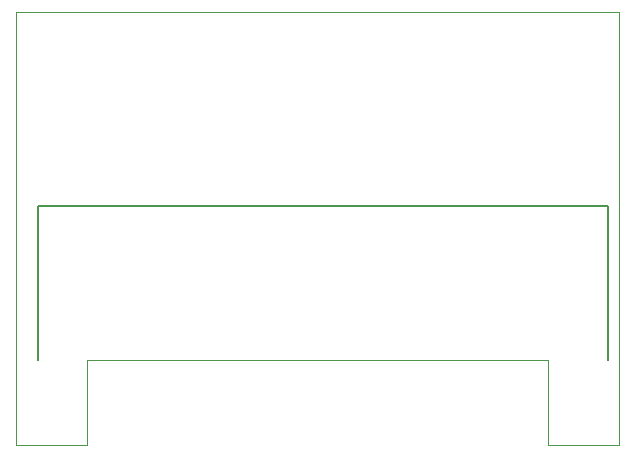
<source format=gm1>
%FSTAX23Y23*%
%MOIN*%
%SFA1B1*%

%IPPOS*%
%ADD29C,0.007870*%
%ADD43C,0.003940*%
%LNpanel-1*%
%LPD*%
G54D29*
X00073Y00283D02*
Y00795D01*
X01974Y00283D02*
D01*
Y00795*
D01*
X00073D02*
X01974D01*
G54D43*
X01775Y0D02*
Y00283D01*
X00236D02*
X01775D01*
X00236Y0D02*
Y00283D01*
X0Y0D02*
X00236D01*
X0D02*
Y01443D01*
X02012*
Y0*
X01775D02*
X02012D01*
M02*
</source>
